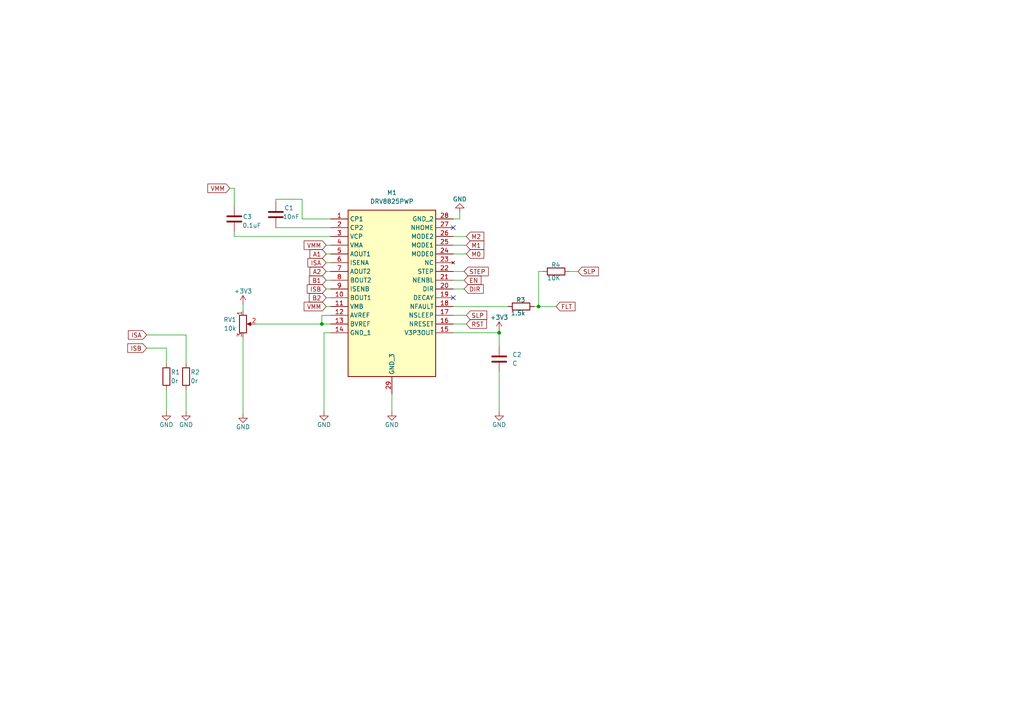
<source format=kicad_sch>
(kicad_sch (version 20230121) (generator eeschema)

  (uuid 35392d1d-bade-40e0-afad-1727412f2bfc)

  (paper "A4")

  (lib_symbols
    (symbol "DRV8825PWP:DRV8825PWP" (in_bom yes) (on_board yes)
      (property "Reference" "M" (at 31.75 7.62 0)
        (effects (font (size 1.27 1.27)) (justify left top))
      )
      (property "Value" "DRV8825PWP" (at 31.75 5.08 0)
        (effects (font (size 1.27 1.27)) (justify left top))
      )
      (property "Footprint" "SOP65P640X120-29N" (at 31.75 -94.92 0)
        (effects (font (size 1.27 1.27)) (justify left top) hide)
      )
      (property "Datasheet" "http://www.ti.com/lit/ds/symlink/drv8825.pdf" (at 31.75 -194.92 0)
        (effects (font (size 1.27 1.27)) (justify left top) hide)
      )
      (property "Height" "1.2" (at 31.75 -394.92 0)
        (effects (font (size 1.27 1.27)) (justify left top) hide)
      )
      (property "Mouser Part Number" "595-DRV8825PWP" (at 31.75 -494.92 0)
        (effects (font (size 1.27 1.27)) (justify left top) hide)
      )
      (property "Mouser Price/Stock" "https://www.mouser.co.uk/ProductDetail/Texas-Instruments/DRV8825PWP?qs=L4ss%2FyqpMWT%252BKNufX9tf3Q%3D%3D" (at 31.75 -594.92 0)
        (effects (font (size 1.27 1.27)) (justify left top) hide)
      )
      (property "Manufacturer_Name" "Texas Instruments" (at 31.75 -694.92 0)
        (effects (font (size 1.27 1.27)) (justify left top) hide)
      )
      (property "Manufacturer_Part_Number" "DRV8825PWP" (at 31.75 -794.92 0)
        (effects (font (size 1.27 1.27)) (justify left top) hide)
      )
      (property "ki_description" "2.5A Stepper Motor Driver HTSSOP28 Texas Instruments DRV8825PWP, Stepper Motor Driver, 28-Pin HTSSOP" (at 0 0 0)
        (effects (font (size 1.27 1.27)) hide)
      )
      (symbol "DRV8825PWP_1_1"
        (rectangle (start 5.08 2.54) (end 30.48 -45.72)
          (stroke (width 0.254) (type default))
          (fill (type background))
        )
        (pin passive line (at 0 0 0) (length 5.08)
          (name "CP1" (effects (font (size 1.27 1.27))))
          (number "1" (effects (font (size 1.27 1.27))))
        )
        (pin passive line (at 0 -22.86 0) (length 5.08)
          (name "BOUT1" (effects (font (size 1.27 1.27))))
          (number "10" (effects (font (size 1.27 1.27))))
        )
        (pin passive line (at 0 -25.4 0) (length 5.08)
          (name "VMB" (effects (font (size 1.27 1.27))))
          (number "11" (effects (font (size 1.27 1.27))))
        )
        (pin passive line (at 0 -27.94 0) (length 5.08)
          (name "AVREF" (effects (font (size 1.27 1.27))))
          (number "12" (effects (font (size 1.27 1.27))))
        )
        (pin passive line (at 0 -30.48 0) (length 5.08)
          (name "BVREF" (effects (font (size 1.27 1.27))))
          (number "13" (effects (font (size 1.27 1.27))))
        )
        (pin passive line (at 0 -33.02 0) (length 5.08)
          (name "GND_1" (effects (font (size 1.27 1.27))))
          (number "14" (effects (font (size 1.27 1.27))))
        )
        (pin passive line (at 35.56 -33.02 180) (length 5.08)
          (name "V3P3OUT" (effects (font (size 1.27 1.27))))
          (number "15" (effects (font (size 1.27 1.27))))
        )
        (pin passive line (at 35.56 -30.48 180) (length 5.08)
          (name "NRESET" (effects (font (size 1.27 1.27))))
          (number "16" (effects (font (size 1.27 1.27))))
        )
        (pin passive line (at 35.56 -27.94 180) (length 5.08)
          (name "NSLEEP" (effects (font (size 1.27 1.27))))
          (number "17" (effects (font (size 1.27 1.27))))
        )
        (pin passive line (at 35.56 -25.4 180) (length 5.08)
          (name "NFAULT" (effects (font (size 1.27 1.27))))
          (number "18" (effects (font (size 1.27 1.27))))
        )
        (pin passive line (at 35.56 -22.86 180) (length 5.08)
          (name "DECAY" (effects (font (size 1.27 1.27))))
          (number "19" (effects (font (size 1.27 1.27))))
        )
        (pin passive line (at 0 -2.54 0) (length 5.08)
          (name "CP2" (effects (font (size 1.27 1.27))))
          (number "2" (effects (font (size 1.27 1.27))))
        )
        (pin passive line (at 35.56 -20.32 180) (length 5.08)
          (name "DIR" (effects (font (size 1.27 1.27))))
          (number "20" (effects (font (size 1.27 1.27))))
        )
        (pin passive line (at 35.56 -17.78 180) (length 5.08)
          (name "NENBL" (effects (font (size 1.27 1.27))))
          (number "21" (effects (font (size 1.27 1.27))))
        )
        (pin passive line (at 35.56 -15.24 180) (length 5.08)
          (name "STEP" (effects (font (size 1.27 1.27))))
          (number "22" (effects (font (size 1.27 1.27))))
        )
        (pin no_connect line (at 35.56 -12.7 180) (length 5.08)
          (name "NC" (effects (font (size 1.27 1.27))))
          (number "23" (effects (font (size 1.27 1.27))))
        )
        (pin passive line (at 35.56 -10.16 180) (length 5.08)
          (name "MODE0" (effects (font (size 1.27 1.27))))
          (number "24" (effects (font (size 1.27 1.27))))
        )
        (pin passive line (at 35.56 -7.62 180) (length 5.08)
          (name "MODE1" (effects (font (size 1.27 1.27))))
          (number "25" (effects (font (size 1.27 1.27))))
        )
        (pin passive line (at 35.56 -5.08 180) (length 5.08)
          (name "MODE2" (effects (font (size 1.27 1.27))))
          (number "26" (effects (font (size 1.27 1.27))))
        )
        (pin passive line (at 35.56 -2.54 180) (length 5.08)
          (name "NHOME" (effects (font (size 1.27 1.27))))
          (number "27" (effects (font (size 1.27 1.27))))
        )
        (pin passive line (at 35.56 0 180) (length 5.08)
          (name "GND_2" (effects (font (size 1.27 1.27))))
          (number "28" (effects (font (size 1.27 1.27))))
        )
        (pin passive line (at 17.78 -50.8 90) (length 5.08)
          (name "GND_3" (effects (font (size 1.27 1.27))))
          (number "29" (effects (font (size 1.27 1.27))))
        )
        (pin passive line (at 0 -5.08 0) (length 5.08)
          (name "VCP" (effects (font (size 1.27 1.27))))
          (number "3" (effects (font (size 1.27 1.27))))
        )
        (pin passive line (at 0 -7.62 0) (length 5.08)
          (name "VMA" (effects (font (size 1.27 1.27))))
          (number "4" (effects (font (size 1.27 1.27))))
        )
        (pin passive line (at 0 -10.16 0) (length 5.08)
          (name "AOUT1" (effects (font (size 1.27 1.27))))
          (number "5" (effects (font (size 1.27 1.27))))
        )
        (pin passive line (at 0 -12.7 0) (length 5.08)
          (name "ISENA" (effects (font (size 1.27 1.27))))
          (number "6" (effects (font (size 1.27 1.27))))
        )
        (pin passive line (at 0 -15.24 0) (length 5.08)
          (name "AOUT2" (effects (font (size 1.27 1.27))))
          (number "7" (effects (font (size 1.27 1.27))))
        )
        (pin passive line (at 0 -17.78 0) (length 5.08)
          (name "BOUT2" (effects (font (size 1.27 1.27))))
          (number "8" (effects (font (size 1.27 1.27))))
        )
        (pin passive line (at 0 -20.32 0) (length 5.08)
          (name "ISENB" (effects (font (size 1.27 1.27))))
          (number "9" (effects (font (size 1.27 1.27))))
        )
      )
    )
    (symbol "Device:C" (pin_numbers hide) (pin_names (offset 0.254)) (in_bom yes) (on_board yes)
      (property "Reference" "C" (at 0.635 2.54 0)
        (effects (font (size 1.27 1.27)) (justify left))
      )
      (property "Value" "C" (at 0.635 -2.54 0)
        (effects (font (size 1.27 1.27)) (justify left))
      )
      (property "Footprint" "" (at 0.9652 -3.81 0)
        (effects (font (size 1.27 1.27)) hide)
      )
      (property "Datasheet" "~" (at 0 0 0)
        (effects (font (size 1.27 1.27)) hide)
      )
      (property "ki_keywords" "cap capacitor" (at 0 0 0)
        (effects (font (size 1.27 1.27)) hide)
      )
      (property "ki_description" "Unpolarized capacitor" (at 0 0 0)
        (effects (font (size 1.27 1.27)) hide)
      )
      (property "ki_fp_filters" "C_*" (at 0 0 0)
        (effects (font (size 1.27 1.27)) hide)
      )
      (symbol "C_0_1"
        (polyline
          (pts
            (xy -2.032 -0.762)
            (xy 2.032 -0.762)
          )
          (stroke (width 0.508) (type default))
          (fill (type none))
        )
        (polyline
          (pts
            (xy -2.032 0.762)
            (xy 2.032 0.762)
          )
          (stroke (width 0.508) (type default))
          (fill (type none))
        )
      )
      (symbol "C_1_1"
        (pin passive line (at 0 3.81 270) (length 2.794)
          (name "~" (effects (font (size 1.27 1.27))))
          (number "1" (effects (font (size 1.27 1.27))))
        )
        (pin passive line (at 0 -3.81 90) (length 2.794)
          (name "~" (effects (font (size 1.27 1.27))))
          (number "2" (effects (font (size 1.27 1.27))))
        )
      )
    )
    (symbol "Device:R" (pin_numbers hide) (pin_names (offset 0)) (in_bom yes) (on_board yes)
      (property "Reference" "R" (at 2.032 0 90)
        (effects (font (size 1.27 1.27)))
      )
      (property "Value" "R" (at 0 0 90)
        (effects (font (size 1.27 1.27)))
      )
      (property "Footprint" "" (at -1.778 0 90)
        (effects (font (size 1.27 1.27)) hide)
      )
      (property "Datasheet" "~" (at 0 0 0)
        (effects (font (size 1.27 1.27)) hide)
      )
      (property "ki_keywords" "R res resistor" (at 0 0 0)
        (effects (font (size 1.27 1.27)) hide)
      )
      (property "ki_description" "Resistor" (at 0 0 0)
        (effects (font (size 1.27 1.27)) hide)
      )
      (property "ki_fp_filters" "R_*" (at 0 0 0)
        (effects (font (size 1.27 1.27)) hide)
      )
      (symbol "R_0_1"
        (rectangle (start -1.016 -2.54) (end 1.016 2.54)
          (stroke (width 0.254) (type default))
          (fill (type none))
        )
      )
      (symbol "R_1_1"
        (pin passive line (at 0 3.81 270) (length 1.27)
          (name "~" (effects (font (size 1.27 1.27))))
          (number "1" (effects (font (size 1.27 1.27))))
        )
        (pin passive line (at 0 -3.81 90) (length 1.27)
          (name "~" (effects (font (size 1.27 1.27))))
          (number "2" (effects (font (size 1.27 1.27))))
        )
      )
    )
    (symbol "Device:R_Potentiometer" (pin_names (offset 1.016) hide) (in_bom yes) (on_board yes)
      (property "Reference" "RV" (at -4.445 0 90)
        (effects (font (size 1.27 1.27)))
      )
      (property "Value" "R_Potentiometer" (at -2.54 0 90)
        (effects (font (size 1.27 1.27)))
      )
      (property "Footprint" "" (at 0 0 0)
        (effects (font (size 1.27 1.27)) hide)
      )
      (property "Datasheet" "~" (at 0 0 0)
        (effects (font (size 1.27 1.27)) hide)
      )
      (property "ki_keywords" "resistor variable" (at 0 0 0)
        (effects (font (size 1.27 1.27)) hide)
      )
      (property "ki_description" "Potentiometer" (at 0 0 0)
        (effects (font (size 1.27 1.27)) hide)
      )
      (property "ki_fp_filters" "Potentiometer*" (at 0 0 0)
        (effects (font (size 1.27 1.27)) hide)
      )
      (symbol "R_Potentiometer_0_1"
        (polyline
          (pts
            (xy 2.54 0)
            (xy 1.524 0)
          )
          (stroke (width 0) (type default))
          (fill (type none))
        )
        (polyline
          (pts
            (xy 1.143 0)
            (xy 2.286 0.508)
            (xy 2.286 -0.508)
            (xy 1.143 0)
          )
          (stroke (width 0) (type default))
          (fill (type outline))
        )
        (rectangle (start 1.016 2.54) (end -1.016 -2.54)
          (stroke (width 0.254) (type default))
          (fill (type none))
        )
      )
      (symbol "R_Potentiometer_1_1"
        (pin passive line (at 0 3.81 270) (length 1.27)
          (name "1" (effects (font (size 1.27 1.27))))
          (number "1" (effects (font (size 1.27 1.27))))
        )
        (pin passive line (at 3.81 0 180) (length 1.27)
          (name "2" (effects (font (size 1.27 1.27))))
          (number "2" (effects (font (size 1.27 1.27))))
        )
        (pin passive line (at 0 -3.81 90) (length 1.27)
          (name "3" (effects (font (size 1.27 1.27))))
          (number "3" (effects (font (size 1.27 1.27))))
        )
      )
    )
    (symbol "power:+3V3" (power) (pin_names (offset 0)) (in_bom yes) (on_board yes)
      (property "Reference" "#PWR" (at 0 -3.81 0)
        (effects (font (size 1.27 1.27)) hide)
      )
      (property "Value" "+3V3" (at 0 3.556 0)
        (effects (font (size 1.27 1.27)))
      )
      (property "Footprint" "" (at 0 0 0)
        (effects (font (size 1.27 1.27)) hide)
      )
      (property "Datasheet" "" (at 0 0 0)
        (effects (font (size 1.27 1.27)) hide)
      )
      (property "ki_keywords" "global power" (at 0 0 0)
        (effects (font (size 1.27 1.27)) hide)
      )
      (property "ki_description" "Power symbol creates a global label with name \"+3V3\"" (at 0 0 0)
        (effects (font (size 1.27 1.27)) hide)
      )
      (symbol "+3V3_0_1"
        (polyline
          (pts
            (xy -0.762 1.27)
            (xy 0 2.54)
          )
          (stroke (width 0) (type default))
          (fill (type none))
        )
        (polyline
          (pts
            (xy 0 0)
            (xy 0 2.54)
          )
          (stroke (width 0) (type default))
          (fill (type none))
        )
        (polyline
          (pts
            (xy 0 2.54)
            (xy 0.762 1.27)
          )
          (stroke (width 0) (type default))
          (fill (type none))
        )
      )
      (symbol "+3V3_1_1"
        (pin power_in line (at 0 0 90) (length 0) hide
          (name "+3V3" (effects (font (size 1.27 1.27))))
          (number "1" (effects (font (size 1.27 1.27))))
        )
      )
    )
    (symbol "power:GND" (power) (pin_names (offset 0)) (in_bom yes) (on_board yes)
      (property "Reference" "#PWR" (at 0 -6.35 0)
        (effects (font (size 1.27 1.27)) hide)
      )
      (property "Value" "GND" (at 0 -3.81 0)
        (effects (font (size 1.27 1.27)))
      )
      (property "Footprint" "" (at 0 0 0)
        (effects (font (size 1.27 1.27)) hide)
      )
      (property "Datasheet" "" (at 0 0 0)
        (effects (font (size 1.27 1.27)) hide)
      )
      (property "ki_keywords" "global power" (at 0 0 0)
        (effects (font (size 1.27 1.27)) hide)
      )
      (property "ki_description" "Power symbol creates a global label with name \"GND\" , ground" (at 0 0 0)
        (effects (font (size 1.27 1.27)) hide)
      )
      (symbol "GND_0_1"
        (polyline
          (pts
            (xy 0 0)
            (xy 0 -1.27)
            (xy 1.27 -1.27)
            (xy 0 -2.54)
            (xy -1.27 -1.27)
            (xy 0 -1.27)
          )
          (stroke (width 0) (type default))
          (fill (type none))
        )
      )
      (symbol "GND_1_1"
        (pin power_in line (at 0 0 270) (length 0) hide
          (name "GND" (effects (font (size 1.27 1.27))))
          (number "1" (effects (font (size 1.27 1.27))))
        )
      )
    )
  )

  (junction (at 156.21 88.9) (diameter 0) (color 0 0 0 0)
    (uuid 459ce702-e47b-4c0c-9f10-f1453f3d5986)
  )
  (junction (at 93.345 93.98) (diameter 0) (color 0 0 0 0)
    (uuid 53541973-9be1-4df5-9408-f0b543b77fec)
  )
  (junction (at 144.78 96.52) (diameter 0) (color 0 0 0 0)
    (uuid 66d986db-f193-4616-8c96-edb6edc79cfa)
  )

  (no_connect (at 131.445 86.36) (uuid c7cbda18-b1d9-4ff9-b955-da0b1af68e4c))
  (no_connect (at 131.445 66.04) (uuid d6d44149-83a4-4cfd-9ade-66f2691ba199))

  (wire (pts (xy 74.295 93.98) (xy 93.345 93.98))
    (stroke (width 0) (type default))
    (uuid 03137bd2-894b-487e-9c66-120b010278d2)
  )
  (wire (pts (xy 131.445 96.52) (xy 144.78 96.52))
    (stroke (width 0) (type default))
    (uuid 05f37748-bd64-45ae-8c90-33158e9f991b)
  )
  (wire (pts (xy 131.445 83.82) (xy 134.62 83.82))
    (stroke (width 0) (type default))
    (uuid 07ef6628-e783-4d89-9ff6-02544a3db868)
  )
  (wire (pts (xy 131.445 81.28) (xy 134.62 81.28))
    (stroke (width 0) (type default))
    (uuid 1551a781-9359-4a66-89fe-681988176b03)
  )
  (wire (pts (xy 70.485 88.265) (xy 70.485 90.17))
    (stroke (width 0) (type default))
    (uuid 21e8b9a1-7b96-4931-9693-56384ef5819c)
  )
  (wire (pts (xy 131.445 91.44) (xy 135.255 91.44))
    (stroke (width 0) (type default))
    (uuid 222e9b55-c951-4d24-a924-c3e689c3684d)
  )
  (wire (pts (xy 67.945 54.61) (xy 67.945 59.69))
    (stroke (width 0) (type default))
    (uuid 23e04f68-6f95-4388-b0c8-2d435ad860cc)
  )
  (wire (pts (xy 131.445 78.74) (xy 134.62 78.74))
    (stroke (width 0) (type default))
    (uuid 28dca551-e79c-4a92-9565-5b63692d7f04)
  )
  (wire (pts (xy 154.94 88.9) (xy 156.21 88.9))
    (stroke (width 0) (type default))
    (uuid 2c00f9c7-ef84-4d5e-874d-3cabdf8cd0be)
  )
  (wire (pts (xy 113.665 114.3) (xy 113.665 119.38))
    (stroke (width 0) (type default))
    (uuid 315a75be-4288-4ac6-af17-34aa1a2c1f51)
  )
  (wire (pts (xy 133.35 63.5) (xy 131.445 63.5))
    (stroke (width 0) (type default))
    (uuid 3398efc3-e16f-4716-b5cc-17d9fd3641aa)
  )
  (wire (pts (xy 94.615 71.12) (xy 95.885 71.12))
    (stroke (width 0) (type default))
    (uuid 3728de6f-b08d-477c-8161-b650931e3d6a)
  )
  (wire (pts (xy 48.26 100.965) (xy 48.26 105.41))
    (stroke (width 0) (type default))
    (uuid 39d576e0-1334-4f77-bb26-2853ba6dcae4)
  )
  (wire (pts (xy 144.78 96.52) (xy 144.78 95.885))
    (stroke (width 0) (type default))
    (uuid 55638150-3c34-4510-836c-350dfb74808b)
  )
  (wire (pts (xy 131.445 73.66) (xy 135.255 73.66))
    (stroke (width 0) (type default))
    (uuid 576dbfa3-f3e1-4ed1-99c6-25184f0d2c67)
  )
  (wire (pts (xy 66.675 54.61) (xy 67.945 54.61))
    (stroke (width 0) (type default))
    (uuid 60630885-2fa7-4455-b0bc-3a5cdf0e10bb)
  )
  (wire (pts (xy 144.78 107.95) (xy 144.78 119.38))
    (stroke (width 0) (type default))
    (uuid 6490aa45-5daa-4294-82b4-562fd3dddd50)
  )
  (wire (pts (xy 48.26 100.965) (xy 42.545 100.965))
    (stroke (width 0) (type default))
    (uuid 6774e234-6766-4280-86f9-fe88c47f1652)
  )
  (wire (pts (xy 67.945 68.58) (xy 67.945 67.31))
    (stroke (width 0) (type default))
    (uuid 69e88ab1-1384-4560-817d-ceb931e4a085)
  )
  (wire (pts (xy 94.615 81.28) (xy 95.885 81.28))
    (stroke (width 0) (type default))
    (uuid 6e8fc5a2-ffa6-4c4a-9891-f4992c7ae669)
  )
  (wire (pts (xy 131.445 93.98) (xy 135.255 93.98))
    (stroke (width 0) (type default))
    (uuid 703e7bfc-4c5a-4c35-99aa-e530e3c4dcbc)
  )
  (wire (pts (xy 87.63 63.5) (xy 95.885 63.5))
    (stroke (width 0) (type default))
    (uuid 70eb25dc-35c9-4e18-9360-6f2f4d88a416)
  )
  (wire (pts (xy 144.78 96.52) (xy 144.78 100.33))
    (stroke (width 0) (type default))
    (uuid 71c3b0b1-2840-431e-b0e0-e8ccf6ef83d0)
  )
  (wire (pts (xy 95.885 91.44) (xy 93.345 91.44))
    (stroke (width 0) (type default))
    (uuid 744aae11-99eb-4802-a49e-3ca6c0105437)
  )
  (wire (pts (xy 80.01 57.785) (xy 80.01 58.42))
    (stroke (width 0) (type default))
    (uuid 7c0a23a1-51a0-4935-80bd-d26daf099995)
  )
  (wire (pts (xy 131.445 71.12) (xy 135.255 71.12))
    (stroke (width 0) (type default))
    (uuid 7dc79c70-d41a-4327-ac7a-f272c278d2c0)
  )
  (wire (pts (xy 94.615 73.66) (xy 95.885 73.66))
    (stroke (width 0) (type default))
    (uuid 7dc9be73-82e3-40cc-a704-70a5f58b0e33)
  )
  (wire (pts (xy 67.945 68.58) (xy 95.885 68.58))
    (stroke (width 0) (type default))
    (uuid 864b5cd5-f013-4755-bbff-8348c2e58d5b)
  )
  (wire (pts (xy 42.545 97.155) (xy 53.975 97.155))
    (stroke (width 0) (type default))
    (uuid 86a07872-222c-48a5-8f5d-5154b4a84b69)
  )
  (wire (pts (xy 131.445 68.58) (xy 135.255 68.58))
    (stroke (width 0) (type default))
    (uuid 88bcd0a2-0c3f-429a-be30-63fd1756a277)
  )
  (wire (pts (xy 94.615 76.2) (xy 95.885 76.2))
    (stroke (width 0) (type default))
    (uuid 890d19ec-1e2e-4a88-aa49-bbae478171d7)
  )
  (wire (pts (xy 165.1 78.74) (xy 167.64 78.74))
    (stroke (width 0) (type default))
    (uuid 8a09d98f-9177-4cda-a7ad-1769baca6c6f)
  )
  (wire (pts (xy 94.615 78.74) (xy 95.885 78.74))
    (stroke (width 0) (type default))
    (uuid 8b04a4c4-99f3-4e15-9f9f-ca6e79c2c71a)
  )
  (wire (pts (xy 53.975 113.03) (xy 53.975 119.38))
    (stroke (width 0) (type default))
    (uuid 8d0de32f-0591-4154-9659-b75b435bea2d)
  )
  (wire (pts (xy 80.01 66.04) (xy 95.885 66.04))
    (stroke (width 0) (type default))
    (uuid 8f399f2e-cffd-440f-9171-e790bb5e482a)
  )
  (wire (pts (xy 93.345 93.98) (xy 95.885 93.98))
    (stroke (width 0) (type default))
    (uuid 93588e10-3ea9-424e-8188-864b3bcac5bc)
  )
  (wire (pts (xy 94.615 86.36) (xy 95.885 86.36))
    (stroke (width 0) (type default))
    (uuid 9bbc0eba-3195-40f7-a6cd-5b72173b4d32)
  )
  (wire (pts (xy 156.21 88.9) (xy 156.21 78.74))
    (stroke (width 0) (type default))
    (uuid 9c97e9c1-3ecd-44ad-99ec-da2b4a1af88d)
  )
  (wire (pts (xy 93.98 96.52) (xy 93.98 119.38))
    (stroke (width 0) (type default))
    (uuid 9f685fa2-d0de-43ae-a861-994da1d8f30e)
  )
  (wire (pts (xy 93.345 91.44) (xy 93.345 93.98))
    (stroke (width 0) (type default))
    (uuid a1f2b8dc-9dbf-42af-a502-90531885fc19)
  )
  (wire (pts (xy 95.885 96.52) (xy 93.98 96.52))
    (stroke (width 0) (type default))
    (uuid b1b0ec99-a720-4271-9695-435b0b63f13e)
  )
  (wire (pts (xy 133.35 61.595) (xy 133.35 63.5))
    (stroke (width 0) (type default))
    (uuid bb0298ed-81a1-4ec9-82e2-705cb56fd08a)
  )
  (wire (pts (xy 156.21 78.74) (xy 157.48 78.74))
    (stroke (width 0) (type default))
    (uuid d259a2c4-63e8-4ec4-9a78-a587294b198b)
  )
  (wire (pts (xy 48.26 113.03) (xy 48.26 119.38))
    (stroke (width 0) (type default))
    (uuid ddf71938-afdc-4dfe-bc93-3ce7dd320af0)
  )
  (wire (pts (xy 80.01 57.785) (xy 87.63 57.785))
    (stroke (width 0) (type default))
    (uuid deb15549-12d5-4ddf-b79e-6792cfc471ae)
  )
  (wire (pts (xy 131.445 88.9) (xy 147.32 88.9))
    (stroke (width 0) (type default))
    (uuid e16b531b-cea1-4040-92c3-a7ee3cd74c28)
  )
  (wire (pts (xy 156.21 88.9) (xy 161.29 88.9))
    (stroke (width 0) (type default))
    (uuid e451cd5e-8b14-4129-bcbb-25d05b703421)
  )
  (wire (pts (xy 94.615 83.82) (xy 95.885 83.82))
    (stroke (width 0) (type default))
    (uuid edb8e65c-18bf-4149-9d71-a83b2ea272cf)
  )
  (wire (pts (xy 94.615 88.9) (xy 95.885 88.9))
    (stroke (width 0) (type default))
    (uuid f0786aed-a138-4ab3-ba05-6dfc8fe32192)
  )
  (wire (pts (xy 53.975 97.155) (xy 53.975 105.41))
    (stroke (width 0) (type default))
    (uuid f212d7a5-8659-4d5e-8b34-44721ea57b1f)
  )
  (wire (pts (xy 87.63 57.785) (xy 87.63 63.5))
    (stroke (width 0) (type default))
    (uuid f895ada3-261f-4f70-b941-cd3c5b94b4e5)
  )
  (wire (pts (xy 70.485 97.79) (xy 70.485 120.015))
    (stroke (width 0) (type default))
    (uuid fea35c67-3a05-43ab-937e-e8aba6275db2)
  )

  (global_label "ISA" (shape input) (at 42.545 97.155 180) (fields_autoplaced)
    (effects (font (size 1.27 1.27)) (justify right))
    (uuid 078269b3-3e9f-4750-b207-964c982a5452)
    (property "Intersheetrefs" "${INTERSHEET_REFS}" (at 36.7363 97.155 0)
      (effects (font (size 1.27 1.27)) (justify right) hide)
    )
  )
  (global_label "DIR" (shape input) (at 134.62 83.82 0) (fields_autoplaced)
    (effects (font (size 1.27 1.27)) (justify left))
    (uuid 10bd1e19-47ac-4660-b69b-c29e62a9198a)
    (property "Intersheetrefs" "${INTERSHEET_REFS}" (at 140.6706 83.82 0)
      (effects (font (size 1.27 1.27)) (justify left) hide)
    )
  )
  (global_label "SLP" (shape input) (at 167.64 78.74 0) (fields_autoplaced)
    (effects (font (size 1.27 1.27)) (justify left))
    (uuid 38819791-7576-41e9-aef5-f04945f4c625)
    (property "Intersheetrefs" "${INTERSHEET_REFS}" (at 174.0534 78.74 0)
      (effects (font (size 1.27 1.27)) (justify left) hide)
    )
  )
  (global_label "STEP" (shape input) (at 134.62 78.74 0) (fields_autoplaced)
    (effects (font (size 1.27 1.27)) (justify left))
    (uuid 43d572c0-12f9-41b5-ae93-6775354f2b84)
    (property "Intersheetrefs" "${INTERSHEET_REFS}" (at 142.1219 78.74 0)
      (effects (font (size 1.27 1.27)) (justify left) hide)
    )
  )
  (global_label "VMM" (shape input) (at 94.615 88.9 180) (fields_autoplaced)
    (effects (font (size 1.27 1.27)) (justify right))
    (uuid 519852c8-2e19-4307-b79c-e88bad5d938d)
    (property "Intersheetrefs" "${INTERSHEET_REFS}" (at 87.7178 88.9 0)
      (effects (font (size 1.27 1.27)) (justify right) hide)
    )
  )
  (global_label "ISA" (shape input) (at 94.615 76.2 180) (fields_autoplaced)
    (effects (font (size 1.27 1.27)) (justify right))
    (uuid 5c7c7cb8-a077-4861-9fc7-87b6da18fdbb)
    (property "Intersheetrefs" "${INTERSHEET_REFS}" (at 88.8063 76.2 0)
      (effects (font (size 1.27 1.27)) (justify right) hide)
    )
  )
  (global_label "A2" (shape input) (at 94.615 78.74 180) (fields_autoplaced)
    (effects (font (size 1.27 1.27)) (justify right))
    (uuid 67a28670-6912-457c-a1b7-3c1baa2f3bff)
    (property "Intersheetrefs" "${INTERSHEET_REFS}" (at 89.4111 78.74 0)
      (effects (font (size 1.27 1.27)) (justify right) hide)
    )
  )
  (global_label "ISB" (shape input) (at 94.615 83.82 180) (fields_autoplaced)
    (effects (font (size 1.27 1.27)) (justify right))
    (uuid 6e9cf836-7a8d-426f-a8e6-3296168f12e9)
    (property "Intersheetrefs" "${INTERSHEET_REFS}" (at 88.6249 83.82 0)
      (effects (font (size 1.27 1.27)) (justify right) hide)
    )
  )
  (global_label "A1" (shape input) (at 94.615 73.66 180) (fields_autoplaced)
    (effects (font (size 1.27 1.27)) (justify right))
    (uuid 720e2cfe-5dc3-4651-be07-2ecf5c72e135)
    (property "Intersheetrefs" "${INTERSHEET_REFS}" (at 89.4111 73.66 0)
      (effects (font (size 1.27 1.27)) (justify right) hide)
    )
  )
  (global_label "B1" (shape input) (at 94.615 81.28 180) (fields_autoplaced)
    (effects (font (size 1.27 1.27)) (justify right))
    (uuid 73491831-5fe7-4e31-bad0-78e9c75d0c1b)
    (property "Intersheetrefs" "${INTERSHEET_REFS}" (at 89.2297 81.28 0)
      (effects (font (size 1.27 1.27)) (justify right) hide)
    )
  )
  (global_label "B2" (shape input) (at 94.615 86.36 180) (fields_autoplaced)
    (effects (font (size 1.27 1.27)) (justify right))
    (uuid 7912c5e8-467d-4596-9ca8-0be43547897a)
    (property "Intersheetrefs" "${INTERSHEET_REFS}" (at 89.2297 86.36 0)
      (effects (font (size 1.27 1.27)) (justify right) hide)
    )
  )
  (global_label "RST" (shape input) (at 135.255 93.98 0) (fields_autoplaced)
    (effects (font (size 1.27 1.27)) (justify left))
    (uuid 8c9c4af1-3c5d-47b2-bf76-97573bcbd026)
    (property "Intersheetrefs" "${INTERSHEET_REFS}" (at 141.6079 93.98 0)
      (effects (font (size 1.27 1.27)) (justify left) hide)
    )
  )
  (global_label "M0" (shape input) (at 135.255 73.66 0) (fields_autoplaced)
    (effects (font (size 1.27 1.27)) (justify left))
    (uuid 8eee9373-f433-4925-9c31-82dee6f61924)
    (property "Intersheetrefs" "${INTERSHEET_REFS}" (at 140.8217 73.66 0)
      (effects (font (size 1.27 1.27)) (justify left) hide)
    )
  )
  (global_label "EN" (shape input) (at 134.62 81.28 0) (fields_autoplaced)
    (effects (font (size 1.27 1.27)) (justify left))
    (uuid a043a324-02ad-40b7-ae10-456342fdc2f3)
    (property "Intersheetrefs" "${INTERSHEET_REFS}" (at 140.0053 81.28 0)
      (effects (font (size 1.27 1.27)) (justify left) hide)
    )
  )
  (global_label "VMM" (shape input) (at 94.615 71.12 180) (fields_autoplaced)
    (effects (font (size 1.27 1.27)) (justify right))
    (uuid a738aa63-810e-457c-8cb2-b6e328c127c0)
    (property "Intersheetrefs" "${INTERSHEET_REFS}" (at 87.7178 71.12 0)
      (effects (font (size 1.27 1.27)) (justify right) hide)
    )
  )
  (global_label "SLP" (shape input) (at 135.255 91.44 0) (fields_autoplaced)
    (effects (font (size 1.27 1.27)) (justify left))
    (uuid b141354a-836f-4775-948a-e5ad3a006796)
    (property "Intersheetrefs" "${INTERSHEET_REFS}" (at 141.6684 91.44 0)
      (effects (font (size 1.27 1.27)) (justify left) hide)
    )
  )
  (global_label "VMM" (shape input) (at 66.675 54.61 180) (fields_autoplaced)
    (effects (font (size 1.27 1.27)) (justify right))
    (uuid cfe232e6-38e2-4e6b-960f-6c5ea278f17b)
    (property "Intersheetrefs" "${INTERSHEET_REFS}" (at 59.7778 54.61 0)
      (effects (font (size 1.27 1.27)) (justify right) hide)
    )
  )
  (global_label "FLT" (shape input) (at 161.29 88.9 0) (fields_autoplaced)
    (effects (font (size 1.27 1.27)) (justify left))
    (uuid d24a53d3-894c-4e1a-a694-8d85bdd05b57)
    (property "Intersheetrefs" "${INTERSHEET_REFS}" (at 167.2801 88.9 0)
      (effects (font (size 1.27 1.27)) (justify left) hide)
    )
  )
  (global_label "M2" (shape input) (at 135.255 68.58 0) (fields_autoplaced)
    (effects (font (size 1.27 1.27)) (justify left))
    (uuid d2bed54d-de99-4b5e-b7df-96bafc603487)
    (property "Intersheetrefs" "${INTERSHEET_REFS}" (at 140.8217 68.58 0)
      (effects (font (size 1.27 1.27)) (justify left) hide)
    )
  )
  (global_label "ISB" (shape input) (at 42.545 100.965 180) (fields_autoplaced)
    (effects (font (size 1.27 1.27)) (justify right))
    (uuid d4be2d8c-17a5-4ae9-a461-166f63883fd9)
    (property "Intersheetrefs" "${INTERSHEET_REFS}" (at 36.5549 100.965 0)
      (effects (font (size 1.27 1.27)) (justify right) hide)
    )
  )
  (global_label "M1" (shape input) (at 135.255 71.12 0) (fields_autoplaced)
    (effects (font (size 1.27 1.27)) (justify left))
    (uuid e5ec57f6-ca3d-4afb-9aea-0d227deebb6d)
    (property "Intersheetrefs" "${INTERSHEET_REFS}" (at 140.8217 71.12 0)
      (effects (font (size 1.27 1.27)) (justify left) hide)
    )
  )

  (symbol (lib_id "Device:R") (at 53.975 109.22 180) (unit 1)
    (in_bom yes) (on_board yes) (dnp no)
    (uuid 0d451b8e-b32b-4fcc-85f9-9a9379b0aa2c)
    (property "Reference" "R2" (at 55.245 107.95 0)
      (effects (font (size 1.27 1.27)) (justify right))
    )
    (property "Value" "0r" (at 55.245 110.49 0)
      (effects (font (size 1.27 1.27)) (justify right))
    )
    (property "Footprint" "" (at 55.753 109.22 90)
      (effects (font (size 1.27 1.27)) hide)
    )
    (property "Datasheet" "~" (at 53.975 109.22 0)
      (effects (font (size 1.27 1.27)) hide)
    )
    (pin "1" (uuid b627ed48-9768-4c41-bf2f-587a97557015))
    (pin "2" (uuid c3c62202-29fb-4ab3-980d-57cf8250233e))
    (instances
      (project "0033_Step_Motor_Driver_DRV8825"
        (path "/35392d1d-bade-40e0-afad-1727412f2bfc"
          (reference "R2") (unit 1)
        )
      )
    )
  )

  (symbol (lib_id "Device:C") (at 144.78 104.14 0) (unit 1)
    (in_bom yes) (on_board yes) (dnp no) (fields_autoplaced)
    (uuid 0dfba985-ea4c-4157-82ca-ccf739a66424)
    (property "Reference" "C2" (at 148.59 102.87 0)
      (effects (font (size 1.27 1.27)) (justify left))
    )
    (property "Value" "C" (at 148.59 105.41 0)
      (effects (font (size 1.27 1.27)) (justify left))
    )
    (property "Footprint" "" (at 145.7452 107.95 0)
      (effects (font (size 1.27 1.27)) hide)
    )
    (property "Datasheet" "~" (at 144.78 104.14 0)
      (effects (font (size 1.27 1.27)) hide)
    )
    (pin "1" (uuid 54349f95-aa02-412a-ba29-d75c6c56da5c))
    (pin "2" (uuid ace370f7-a688-4f49-894c-fb3a05ec7950))
    (instances
      (project "0033_Step_Motor_Driver_DRV8825"
        (path "/35392d1d-bade-40e0-afad-1727412f2bfc"
          (reference "C2") (unit 1)
        )
      )
    )
  )

  (symbol (lib_id "Device:C") (at 80.01 62.23 180) (unit 1)
    (in_bom yes) (on_board yes) (dnp no)
    (uuid 0f375bed-cac0-4a68-9dc9-d58d6ee29b3d)
    (property "Reference" "C1" (at 83.82 60.325 0)
      (effects (font (size 1.27 1.27)))
    )
    (property "Value" "10nF" (at 84.455 62.865 0)
      (effects (font (size 1.27 1.27)))
    )
    (property "Footprint" "" (at 79.0448 58.42 0)
      (effects (font (size 1.27 1.27)) hide)
    )
    (property "Datasheet" "~" (at 80.01 62.23 0)
      (effects (font (size 1.27 1.27)) hide)
    )
    (pin "1" (uuid 997f6722-46cc-421a-9227-24ef0395846c))
    (pin "2" (uuid 99ac01ff-e651-406e-be4b-26e55da130fa))
    (instances
      (project "0033_Step_Motor_Driver_DRV8825"
        (path "/35392d1d-bade-40e0-afad-1727412f2bfc"
          (reference "C1") (unit 1)
        )
      )
    )
  )

  (symbol (lib_id "Device:C") (at 67.945 63.5 180) (unit 1)
    (in_bom yes) (on_board yes) (dnp no)
    (uuid 157e4250-20da-4801-805f-7c27a29a5216)
    (property "Reference" "C3" (at 71.755 62.865 0)
      (effects (font (size 1.27 1.27)))
    )
    (property "Value" "0.1uF" (at 73.025 65.405 0)
      (effects (font (size 1.27 1.27)))
    )
    (property "Footprint" "" (at 66.9798 59.69 0)
      (effects (font (size 1.27 1.27)) hide)
    )
    (property "Datasheet" "~" (at 67.945 63.5 0)
      (effects (font (size 1.27 1.27)) hide)
    )
    (pin "1" (uuid 886e8314-595c-4a25-8bff-287fa860fd8e))
    (pin "2" (uuid 1f14ba2b-e088-48e5-924e-e2968b171ad1))
    (instances
      (project "0033_Step_Motor_Driver_DRV8825"
        (path "/35392d1d-bade-40e0-afad-1727412f2bfc"
          (reference "C3") (unit 1)
        )
      )
    )
  )

  (symbol (lib_id "Device:R") (at 151.13 88.9 270) (unit 1)
    (in_bom yes) (on_board yes) (dnp no)
    (uuid 1e392db3-2358-4b61-b2df-fb93c57dfd93)
    (property "Reference" "R3" (at 152.4 86.995 90)
      (effects (font (size 1.27 1.27)) (justify right))
    )
    (property "Value" "1.5k" (at 152.4 90.805 90)
      (effects (font (size 1.27 1.27)) (justify right))
    )
    (property "Footprint" "" (at 151.13 87.122 90)
      (effects (font (size 1.27 1.27)) hide)
    )
    (property "Datasheet" "~" (at 151.13 88.9 0)
      (effects (font (size 1.27 1.27)) hide)
    )
    (pin "1" (uuid a96a8f15-2074-4169-858d-447ab6f40956))
    (pin "2" (uuid 896b94b7-3f3f-4e62-a713-590fbcb8f325))
    (instances
      (project "0033_Step_Motor_Driver_DRV8825"
        (path "/35392d1d-bade-40e0-afad-1727412f2bfc"
          (reference "R3") (unit 1)
        )
      )
    )
  )

  (symbol (lib_id "DRV8825PWP:DRV8825PWP") (at 95.885 63.5 0) (unit 1)
    (in_bom yes) (on_board yes) (dnp no) (fields_autoplaced)
    (uuid 30a5fd4e-742c-473c-8dc0-a447b3559992)
    (property "Reference" "M1" (at 113.665 55.88 0)
      (effects (font (size 1.27 1.27)))
    )
    (property "Value" "DRV8825PWP" (at 113.665 58.42 0)
      (effects (font (size 1.27 1.27)))
    )
    (property "Footprint" "SOP65P640X120-29N" (at 127.635 158.42 0)
      (effects (font (size 1.27 1.27)) (justify left top) hide)
    )
    (property "Datasheet" "http://www.ti.com/lit/ds/symlink/drv8825.pdf" (at 127.635 258.42 0)
      (effects (font (size 1.27 1.27)) (justify left top) hide)
    )
    (property "Height" "1.2" (at 127.635 458.42 0)
      (effects (font (size 1.27 1.27)) (justify left top) hide)
    )
    (property "Mouser Part Number" "595-DRV8825PWP" (at 127.635 558.42 0)
      (effects (font (size 1.27 1.27)) (justify left top) hide)
    )
    (property "Mouser Price/Stock" "https://www.mouser.co.uk/ProductDetail/Texas-Instruments/DRV8825PWP?qs=L4ss%2FyqpMWT%252BKNufX9tf3Q%3D%3D" (at 127.635 658.42 0)
      (effects (font (size 1.27 1.27)) (justify left top) hide)
    )
    (property "Manufacturer_Name" "Texas Instruments" (at 127.635 758.42 0)
      (effects (font (size 1.27 1.27)) (justify left top) hide)
    )
    (property "Manufacturer_Part_Number" "DRV8825PWP" (at 127.635 858.42 0)
      (effects (font (size 1.27 1.27)) (justify left top) hide)
    )
    (pin "1" (uuid 4ac680b4-7b41-414d-a798-49e5b535a0c1))
    (pin "10" (uuid 55974c8a-55ec-4a34-9515-6b99ec3ab481))
    (pin "11" (uuid 7e3b2504-bcf7-4124-8c4a-8fa595868c86))
    (pin "12" (uuid e5b5064b-a978-4ff4-9171-e18461b149ea))
    (pin "13" (uuid 334e76f3-4e3c-4a6d-922a-9e072a206b2a))
    (pin "14" (uuid d60eee06-b377-4cf3-882f-8ca8566ecd71))
    (pin "15" (uuid 329cc242-47b5-40c0-adc2-f3003a68c6f0))
    (pin "16" (uuid 4bdbdd93-04ef-48aa-9594-922dddf66329))
    (pin "17" (uuid 029de3db-45e5-4dc6-ba9a-a5fb6473b43d))
    (pin "18" (uuid ad6ae7d8-ed5e-4924-b762-88e04ebeb1ba))
    (pin "19" (uuid 63050db6-1d20-40fd-82bd-9fb40bd5587f))
    (pin "2" (uuid 26ccc3bc-729b-4b6a-9ab6-264178fa77a7))
    (pin "20" (uuid 521611c7-df34-4514-8d7d-e8433730aa32))
    (pin "21" (uuid ec71d83e-317e-44fb-ab95-4d3969cb1fbe))
    (pin "22" (uuid 3ef52a4d-e70d-4a64-b250-a8916e095772))
    (pin "23" (uuid 19ede55f-7279-4228-bb0c-a9942bf2af2a))
    (pin "24" (uuid 60f34eba-3dad-4595-be7a-7e55d34f4a01))
    (pin "25" (uuid 0bf92452-2882-4172-bb5d-131f98b9d61e))
    (pin "26" (uuid 17223e2d-c3a5-4ee7-b5bd-72327d04f620))
    (pin "27" (uuid 88aea34e-ed7f-4be9-ae6a-d7309ea085d0))
    (pin "28" (uuid b3ce22cf-b7d7-49a4-b7b4-54c14f8a893c))
    (pin "29" (uuid 1cbaf572-cd34-47ce-9d45-b7008a8c4c09))
    (pin "3" (uuid 6bf57df7-e5f5-4069-8aff-fb1bb22d6038))
    (pin "4" (uuid 59b75f50-c062-48f4-a971-5e9563fdc6e7))
    (pin "5" (uuid e5c74739-a80b-46e2-9bf1-d96c0ef630cc))
    (pin "6" (uuid d2f98ac9-bd88-45b6-9200-cced487fb499))
    (pin "7" (uuid 396d465e-a6b3-4df7-8910-abda20cd265a))
    (pin "8" (uuid fabc04f9-48ad-4863-9a78-83f8ce41da1b))
    (pin "9" (uuid 02f49eb3-f8fe-4dd7-ba0e-3ac074fd1e71))
    (instances
      (project "0033_Step_Motor_Driver_DRV8825"
        (path "/35392d1d-bade-40e0-afad-1727412f2bfc"
          (reference "M1") (unit 1)
        )
      )
    )
  )

  (symbol (lib_id "Device:R") (at 48.26 109.22 180) (unit 1)
    (in_bom yes) (on_board yes) (dnp no)
    (uuid 33f0011f-2009-4853-99cb-d6a1785cb09d)
    (property "Reference" "R1" (at 49.53 107.95 0)
      (effects (font (size 1.27 1.27)) (justify right))
    )
    (property "Value" "0r" (at 49.53 110.49 0)
      (effects (font (size 1.27 1.27)) (justify right))
    )
    (property "Footprint" "" (at 50.038 109.22 90)
      (effects (font (size 1.27 1.27)) hide)
    )
    (property "Datasheet" "~" (at 48.26 109.22 0)
      (effects (font (size 1.27 1.27)) hide)
    )
    (pin "1" (uuid 88db7ffc-c31f-43e1-8c02-369648ea8e7a))
    (pin "2" (uuid 1109ba04-db42-4462-ba22-22fb5f1cd32a))
    (instances
      (project "0033_Step_Motor_Driver_DRV8825"
        (path "/35392d1d-bade-40e0-afad-1727412f2bfc"
          (reference "R1") (unit 1)
        )
      )
    )
  )

  (symbol (lib_id "power:GND") (at 133.35 61.595 180) (unit 1)
    (in_bom yes) (on_board yes) (dnp no)
    (uuid 523f73cb-051f-4f48-aa9b-2c961a768636)
    (property "Reference" "#PWR03" (at 133.35 55.245 0)
      (effects (font (size 1.27 1.27)) hide)
    )
    (property "Value" "GND" (at 133.35 57.785 0)
      (effects (font (size 1.27 1.27)))
    )
    (property "Footprint" "" (at 133.35 61.595 0)
      (effects (font (size 1.27 1.27)) hide)
    )
    (property "Datasheet" "" (at 133.35 61.595 0)
      (effects (font (size 1.27 1.27)) hide)
    )
    (pin "1" (uuid 0e07d587-7721-474d-bea3-ddcec775a07c))
    (instances
      (project "0033_Step_Motor_Driver_DRV8825"
        (path "/35392d1d-bade-40e0-afad-1727412f2bfc"
          (reference "#PWR03") (unit 1)
        )
      )
    )
  )

  (symbol (lib_id "Device:R_Potentiometer") (at 70.485 93.98 0) (unit 1)
    (in_bom yes) (on_board yes) (dnp no) (fields_autoplaced)
    (uuid 558667ed-9ef3-40bf-bdeb-e17e8cd5cf6e)
    (property "Reference" "RV1" (at 68.58 92.71 0)
      (effects (font (size 1.27 1.27)) (justify right))
    )
    (property "Value" "10k" (at 68.58 95.25 0)
      (effects (font (size 1.27 1.27)) (justify right))
    )
    (property "Footprint" "" (at 70.485 93.98 0)
      (effects (font (size 1.27 1.27)) hide)
    )
    (property "Datasheet" "~" (at 70.485 93.98 0)
      (effects (font (size 1.27 1.27)) hide)
    )
    (pin "1" (uuid f43be5af-d094-4b8f-9318-923232e8b012))
    (pin "2" (uuid ea85ea72-a50e-44e9-87c2-1bccf05b0bb3))
    (pin "3" (uuid 09c4f008-f86b-4171-b9fb-005549bcf968))
    (instances
      (project "0033_Step_Motor_Driver_DRV8825"
        (path "/35392d1d-bade-40e0-afad-1727412f2bfc"
          (reference "RV1") (unit 1)
        )
      )
    )
  )

  (symbol (lib_id "power:GND") (at 113.665 119.38 0) (unit 1)
    (in_bom yes) (on_board yes) (dnp no)
    (uuid 5b5f6e97-058c-40a1-a33a-1d84bdda7780)
    (property "Reference" "#PWR01" (at 113.665 125.73 0)
      (effects (font (size 1.27 1.27)) hide)
    )
    (property "Value" "GND" (at 113.665 123.19 0)
      (effects (font (size 1.27 1.27)))
    )
    (property "Footprint" "" (at 113.665 119.38 0)
      (effects (font (size 1.27 1.27)) hide)
    )
    (property "Datasheet" "" (at 113.665 119.38 0)
      (effects (font (size 1.27 1.27)) hide)
    )
    (pin "1" (uuid d0e4bca6-8991-4d70-af4d-c8cf7bb5210d))
    (instances
      (project "0033_Step_Motor_Driver_DRV8825"
        (path "/35392d1d-bade-40e0-afad-1727412f2bfc"
          (reference "#PWR01") (unit 1)
        )
      )
    )
  )

  (symbol (lib_id "power:GND") (at 48.26 119.38 0) (unit 1)
    (in_bom yes) (on_board yes) (dnp no)
    (uuid 6f3176c6-4e40-41c2-a196-3c094f6133c3)
    (property "Reference" "#PWR06" (at 48.26 125.73 0)
      (effects (font (size 1.27 1.27)) hide)
    )
    (property "Value" "GND" (at 48.26 123.19 0)
      (effects (font (size 1.27 1.27)))
    )
    (property "Footprint" "" (at 48.26 119.38 0)
      (effects (font (size 1.27 1.27)) hide)
    )
    (property "Datasheet" "" (at 48.26 119.38 0)
      (effects (font (size 1.27 1.27)) hide)
    )
    (pin "1" (uuid c4f5cc0d-62bc-4183-a24a-46b70402a9c5))
    (instances
      (project "0033_Step_Motor_Driver_DRV8825"
        (path "/35392d1d-bade-40e0-afad-1727412f2bfc"
          (reference "#PWR06") (unit 1)
        )
      )
    )
  )

  (symbol (lib_id "power:GND") (at 144.78 119.38 0) (unit 1)
    (in_bom yes) (on_board yes) (dnp no)
    (uuid 9dda7aa8-8c89-4d17-b36e-f07e0f6024c1)
    (property "Reference" "#PWR05" (at 144.78 125.73 0)
      (effects (font (size 1.27 1.27)) hide)
    )
    (property "Value" "GND" (at 144.78 123.19 0)
      (effects (font (size 1.27 1.27)))
    )
    (property "Footprint" "" (at 144.78 119.38 0)
      (effects (font (size 1.27 1.27)) hide)
    )
    (property "Datasheet" "" (at 144.78 119.38 0)
      (effects (font (size 1.27 1.27)) hide)
    )
    (pin "1" (uuid 4932606e-ee63-47e1-8d81-689e84fff938))
    (instances
      (project "0033_Step_Motor_Driver_DRV8825"
        (path "/35392d1d-bade-40e0-afad-1727412f2bfc"
          (reference "#PWR05") (unit 1)
        )
      )
    )
  )

  (symbol (lib_id "power:GND") (at 70.485 120.015 0) (unit 1)
    (in_bom yes) (on_board yes) (dnp no)
    (uuid 9ddf8fd1-0f89-42cc-ae5f-b5aa90c83126)
    (property "Reference" "#PWR09" (at 70.485 126.365 0)
      (effects (font (size 1.27 1.27)) hide)
    )
    (property "Value" "GND" (at 70.485 123.825 0)
      (effects (font (size 1.27 1.27)))
    )
    (property "Footprint" "" (at 70.485 120.015 0)
      (effects (font (size 1.27 1.27)) hide)
    )
    (property "Datasheet" "" (at 70.485 120.015 0)
      (effects (font (size 1.27 1.27)) hide)
    )
    (pin "1" (uuid 7bfd5457-732c-4fdb-bb93-3b916113c0bb))
    (instances
      (project "0033_Step_Motor_Driver_DRV8825"
        (path "/35392d1d-bade-40e0-afad-1727412f2bfc"
          (reference "#PWR09") (unit 1)
        )
      )
    )
  )

  (symbol (lib_id "power:GND") (at 53.975 119.38 0) (unit 1)
    (in_bom yes) (on_board yes) (dnp no)
    (uuid a3119b55-38ab-40ea-b49f-8699ce003a72)
    (property "Reference" "#PWR07" (at 53.975 125.73 0)
      (effects (font (size 1.27 1.27)) hide)
    )
    (property "Value" "GND" (at 53.975 123.19 0)
      (effects (font (size 1.27 1.27)))
    )
    (property "Footprint" "" (at 53.975 119.38 0)
      (effects (font (size 1.27 1.27)) hide)
    )
    (property "Datasheet" "" (at 53.975 119.38 0)
      (effects (font (size 1.27 1.27)) hide)
    )
    (pin "1" (uuid 6583ea8b-c41e-4861-a5f5-dc634d7b4ccc))
    (instances
      (project "0033_Step_Motor_Driver_DRV8825"
        (path "/35392d1d-bade-40e0-afad-1727412f2bfc"
          (reference "#PWR07") (unit 1)
        )
      )
    )
  )

  (symbol (lib_id "Device:R") (at 161.29 78.74 270) (unit 1)
    (in_bom yes) (on_board yes) (dnp no)
    (uuid bda8393e-95c8-4615-b39d-6f41b522e830)
    (property "Reference" "R4" (at 162.56 76.835 90)
      (effects (font (size 1.27 1.27)) (justify right))
    )
    (property "Value" "10K" (at 162.56 80.645 90)
      (effects (font (size 1.27 1.27)) (justify right))
    )
    (property "Footprint" "" (at 161.29 76.962 90)
      (effects (font (size 1.27 1.27)) hide)
    )
    (property "Datasheet" "~" (at 161.29 78.74 0)
      (effects (font (size 1.27 1.27)) hide)
    )
    (pin "1" (uuid 7b349c8b-78f9-470e-809d-076ca1ed4276))
    (pin "2" (uuid f2fe1f0c-5895-4cf6-b32c-87403796956a))
    (instances
      (project "0033_Step_Motor_Driver_DRV8825"
        (path "/35392d1d-bade-40e0-afad-1727412f2bfc"
          (reference "R4") (unit 1)
        )
      )
    )
  )

  (symbol (lib_id "power:+3V3") (at 144.78 95.885 0) (unit 1)
    (in_bom yes) (on_board yes) (dnp no)
    (uuid be8b5d40-dcba-441a-bb2e-a2c9d5ff9c4f)
    (property "Reference" "#PWR04" (at 144.78 99.695 0)
      (effects (font (size 1.27 1.27)) hide)
    )
    (property "Value" "+3V3" (at 144.78 92.075 0)
      (effects (font (size 1.27 1.27)))
    )
    (property "Footprint" "" (at 144.78 95.885 0)
      (effects (font (size 1.27 1.27)) hide)
    )
    (property "Datasheet" "" (at 144.78 95.885 0)
      (effects (font (size 1.27 1.27)) hide)
    )
    (pin "1" (uuid 2e6fa83f-61fc-43be-b05f-5ffd1fca2728))
    (instances
      (project "0033_Step_Motor_Driver_DRV8825"
        (path "/35392d1d-bade-40e0-afad-1727412f2bfc"
          (reference "#PWR04") (unit 1)
        )
      )
    )
  )

  (symbol (lib_id "power:GND") (at 93.98 119.38 0) (unit 1)
    (in_bom yes) (on_board yes) (dnp no)
    (uuid fb42d427-9e57-444d-923b-7cf7ed8304d9)
    (property "Reference" "#PWR02" (at 93.98 125.73 0)
      (effects (font (size 1.27 1.27)) hide)
    )
    (property "Value" "GND" (at 93.98 123.19 0)
      (effects (font (size 1.27 1.27)))
    )
    (property "Footprint" "" (at 93.98 119.38 0)
      (effects (font (size 1.27 1.27)) hide)
    )
    (property "Datasheet" "" (at 93.98 119.38 0)
      (effects (font (size 1.27 1.27)) hide)
    )
    (pin "1" (uuid 769215e1-e040-49cc-9b74-6d583666c45d))
    (instances
      (project "0033_Step_Motor_Driver_DRV8825"
        (path "/35392d1d-bade-40e0-afad-1727412f2bfc"
          (reference "#PWR02") (unit 1)
        )
      )
    )
  )

  (symbol (lib_id "power:+3V3") (at 70.485 88.265 0) (unit 1)
    (in_bom yes) (on_board yes) (dnp no)
    (uuid fd3f6c0c-d541-4601-8894-cfaade9d86e1)
    (property "Reference" "#PWR08" (at 70.485 92.075 0)
      (effects (font (size 1.27 1.27)) hide)
    )
    (property "Value" "+3V3" (at 70.485 84.455 0)
      (effects (font (size 1.27 1.27)))
    )
    (property "Footprint" "" (at 70.485 88.265 0)
      (effects (font (size 1.27 1.27)) hide)
    )
    (property "Datasheet" "" (at 70.485 88.265 0)
      (effects (font (size 1.27 1.27)) hide)
    )
    (pin "1" (uuid 3feaea10-d59f-4872-af75-4c6b8a252544))
    (instances
      (project "0033_Step_Motor_Driver_DRV8825"
        (path "/35392d1d-bade-40e0-afad-1727412f2bfc"
          (reference "#PWR08") (unit 1)
        )
      )
    )
  )

  (sheet_instances
    (path "/" (page "1"))
  )
)

</source>
